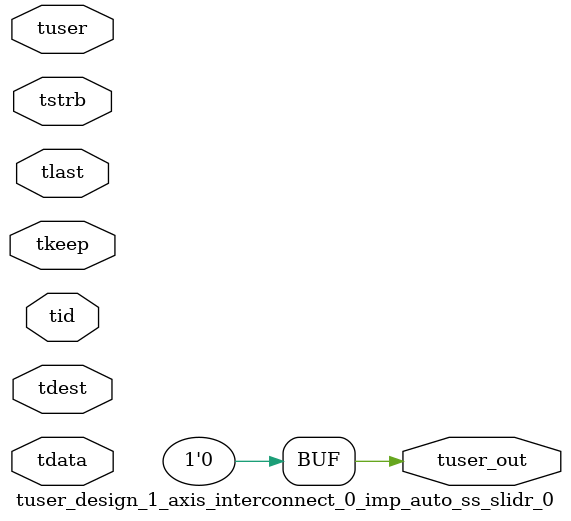
<source format=v>


`timescale 1ps/1ps

module tuser_design_1_axis_interconnect_0_imp_auto_ss_slidr_0 #
(
parameter C_S_AXIS_TUSER_WIDTH = 1,
parameter C_S_AXIS_TDATA_WIDTH = 32,
parameter C_S_AXIS_TID_WIDTH   = 0,
parameter C_S_AXIS_TDEST_WIDTH = 0,
parameter C_M_AXIS_TUSER_WIDTH = 1
)
(
input  [(C_S_AXIS_TUSER_WIDTH == 0 ? 1 : C_S_AXIS_TUSER_WIDTH)-1:0     ] tuser,
input  [(C_S_AXIS_TDATA_WIDTH == 0 ? 1 : C_S_AXIS_TDATA_WIDTH)-1:0     ] tdata,
input  [(C_S_AXIS_TID_WIDTH   == 0 ? 1 : C_S_AXIS_TID_WIDTH)-1:0       ] tid,
input  [(C_S_AXIS_TDEST_WIDTH == 0 ? 1 : C_S_AXIS_TDEST_WIDTH)-1:0     ] tdest,
input  [(C_S_AXIS_TDATA_WIDTH/8)-1:0 ] tkeep,
input  [(C_S_AXIS_TDATA_WIDTH/8)-1:0 ] tstrb,
input                                                                    tlast,
output [C_M_AXIS_TUSER_WIDTH-1:0] tuser_out
);

assign tuser_out = {1'b0};

endmodule


</source>
